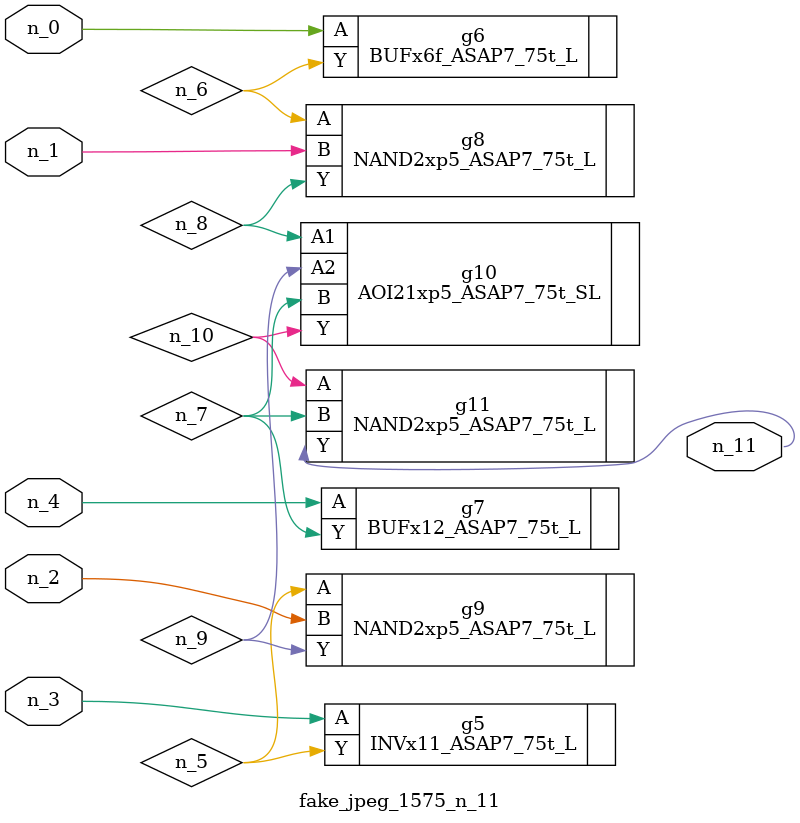
<source format=v>
module fake_jpeg_1575_n_11 (n_3, n_2, n_1, n_0, n_4, n_11);

input n_3;
input n_2;
input n_1;
input n_0;
input n_4;

output n_11;

wire n_10;
wire n_8;
wire n_9;
wire n_6;
wire n_5;
wire n_7;

INVx11_ASAP7_75t_L g5 ( 
.A(n_3),
.Y(n_5)
);

BUFx6f_ASAP7_75t_L g6 ( 
.A(n_0),
.Y(n_6)
);

BUFx12_ASAP7_75t_L g7 ( 
.A(n_4),
.Y(n_7)
);

NAND2xp5_ASAP7_75t_L g8 ( 
.A(n_6),
.B(n_1),
.Y(n_8)
);

AOI21xp5_ASAP7_75t_SL g10 ( 
.A1(n_8),
.A2(n_9),
.B(n_7),
.Y(n_10)
);

NAND2xp5_ASAP7_75t_L g9 ( 
.A(n_5),
.B(n_2),
.Y(n_9)
);

NAND2xp5_ASAP7_75t_L g11 ( 
.A(n_10),
.B(n_7),
.Y(n_11)
);


endmodule
</source>
